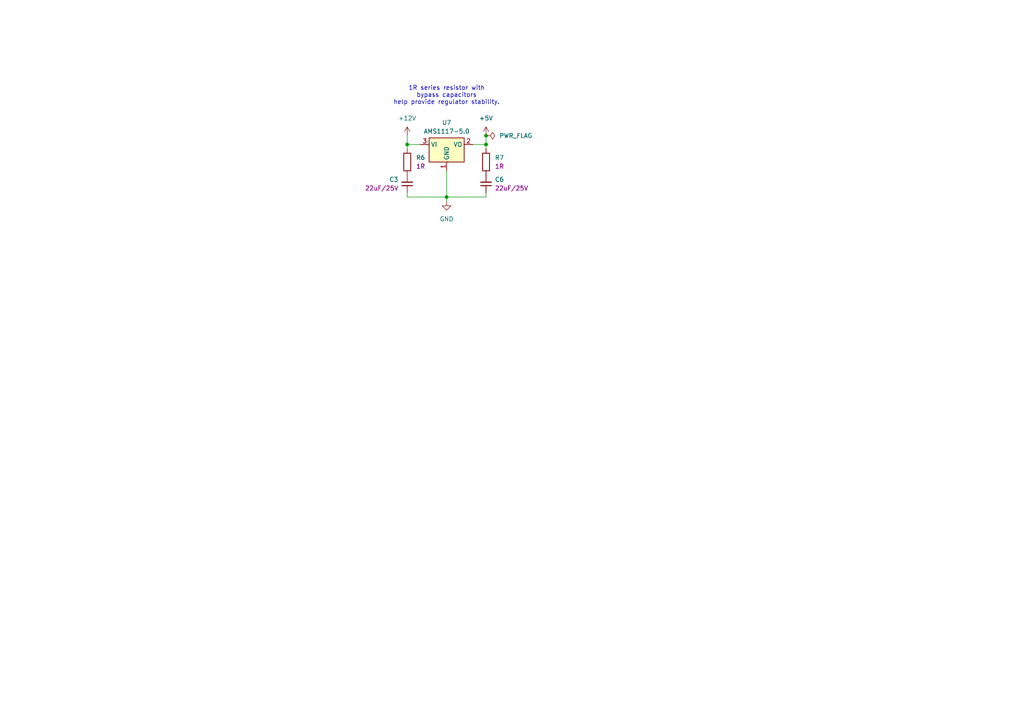
<source format=kicad_sch>
(kicad_sch (version 20250114) (generator "eeschema") (generator_version "9.0")
  (paper "A4")
  (lib_symbols
    (symbol "1R_0603_1" (pin_numbers (hide yes)) (pin_names (offset 0))
      (property "Reference" "R6" (at 2.54 1.2701 0))
      (property "Display" "1R" (at 2.54 -1.2699 0))
      (symbol "1R_0603_1_0_1"
        (rectangle (start -1.016 -2.54) (end 1.016 2.54) (stroke (width 0.254)))
      )
      (symbol "1R_0603_1_1_1"
        (pin passive line (at 0 3.81 270) (length 1.27) (name "~") (number "1"))
        (pin passive line (at 0 -3.81 90) (length 1.27) (name "~") (number "2"))
      )
    )
    (symbol "Lichen:1R_0603" (pin_numbers (hide yes)) (pin_names (offset 0))
      (property "Reference" "R6" (at 2.54 1.2701 0))
      (property "Display" "1R" (at 2.54 -1.2699 0))
      (symbol "1R_0603_0_1"
        (rectangle (start -1.016 -2.54) (end 1.016 2.54) (stroke (width 0.254)))
      )
      (symbol "1R_0603_1_1"
        (pin passive line (at 0 3.81 270) (length 1.27) (name "~") (number "1"))
        (pin passive line (at 0 -3.81 90) (length 1.27) (name "~") (number "2"))
      )
    )
    (symbol "Lichen:22uF_0805_25V" (pin_numbers (hide yes)) (pin_names (offset 0.254) (hide yes))
      (property "Reference" "C3" (at -2.54 -1.2765 0))
      (property "Display" "22uF/25V" (at -2.54 1.2635 0))
      (symbol "22uF_0805_25V_0_1"
        (polyline (pts (xy -1.524 0.508) (xy 1.524 0.508)) (stroke (width 0.3048)))
        (polyline (pts (xy -1.524 -0.508) (xy 1.524 -0.508)) (stroke (width 0.3302)))
      )
      (symbol "22uF_0805_25V_1_1"
        (pin passive line (at 0 2.54 270) (length 2.032) (name "~") (number "1"))
        (pin passive line (at 0 -2.54 90) (length 2.032) (name "~") (number "2"))
      )
    )
    (symbol "Regulator_Linear:LM1117MP-5.0"
      (property "Reference" "U" (at -3.81 3.175 0))
      (property "Value" "LM1117MP-5.0" (at 0 3.175 0))
      (symbol "LM1117MP-5.0_0_1"
        (rectangle (start -5.08 -5.08) (end 5.08 1.905) (stroke (width 0.254)) (fill (type background)))
      )
      (symbol "LM1117MP-5.0_1_1"
        (pin power_in line (at -7.62 0 0) (length 2.54) (name "VI") (number "3"))
        (pin power_in line (at 0 -7.62 90) (length 2.54) (name "GND") (number "1"))
        (pin power_out line (at 7.62 0 180) (length 2.54) (name "VO") (number "2"))
      )
    )
    (symbol "power:+12V" (power) (pin_numbers (hide yes)) (pin_names (offset 0) (hide yes))
      (property "Value" "+12V" (at 0 3.556 0))
      (symbol "+12V_0_1"
        (polyline (pts (xy -0.762 1.27) (xy 0 2.54)))
        (polyline (pts (xy 0 2.54) (xy 0.762 1.27)))
        (polyline (pts (xy 0 0) (xy 0 2.54)))
      )
      (symbol "+12V_1_1"
        (pin power_in line (at 0 0 90) (length 0) (name "~") (number "1"))
      )
    )
    (symbol "power:+5V" (power) (pin_numbers (hide yes)) (pin_names (offset 0) (hide yes))
      (property "Value" "+5V" (at 0 3.556 0))
      (symbol "+5V_0_1"
        (polyline (pts (xy -0.762 1.27) (xy 0 2.54)))
        (polyline (pts (xy 0 2.54) (xy 0.762 1.27)))
        (polyline (pts (xy 0 0) (xy 0 2.54)))
      )
      (symbol "+5V_1_1"
        (pin power_in line (at 0 0 90) (length 0) (name "~") (number "1"))
      )
    )
    (symbol "power:GND" (power) (pin_numbers (hide yes)) (pin_names (offset 0) (hide yes))
      (property "Value" "GND" (at 0 -3.81 0))
      (symbol "GND_0_1"
        (polyline (pts (xy 0 0) (xy 0 -1.27) (xy 1.27 -1.27) (xy 0 -2.54) (xy -1.27 -1.27) (xy 0 -1.27)))
      )
      (symbol "GND_1_1"
        (pin power_in line (at 0 0 270) (length 0) (name "~") (number "1"))
      )
    )
    (symbol "power:PWR_FLAG" (power) (pin_numbers (hide yes)) (pin_names (offset 0) (hide yes))
      (property "Value" "PWR_FLAG" (at 0 3.81 0))
      (symbol "PWR_FLAG_0_0"
        (pin power_out line (at 0 0 90) (length 0) (name "~") (number "1"))
      )
      (symbol "PWR_FLAG_0_1"
        (polyline (pts (xy 0 0) (xy 0 1.27) (xy -1.016 1.905) (xy 0 2.54) (xy 1.016 1.905) (xy 0 1.27)))
      )
    )
  )
  (text "1R series resistor with\nbypass capacitors\nhelp provide regulator stability." (at 129.54 27.686 0) (effects (font (size 1.27 1.27))))
  (junction (at 118.11 41.91))
  (junction (at 129.54 57.15))
  (junction (at 140.97 39.37))
  (junction (at 140.97 41.91))
  (wire (pts (xy 140.97 41.91) (xy 140.97 43.18)))
  (wire (pts (xy 140.97 41.91) (xy 137.16 41.91)))
  (wire (pts (xy 140.97 55.88) (xy 140.97 57.15)))
  (wire (pts (xy 118.11 57.15) (xy 129.54 57.15)))
  (wire (pts (xy 118.11 39.37) (xy 118.11 41.91)))
  (wire (pts (xy 129.54 58.42) (xy 129.54 57.15)))
  (wire (pts (xy 129.54 49.53) (xy 129.54 57.15)))
  (wire (pts (xy 140.97 57.15) (xy 129.54 57.15)))
  (wire (pts (xy 118.11 41.91) (xy 121.92 41.91)))
  (wire (pts (xy 118.11 41.91) (xy 118.11 43.18)))
  (wire (pts (xy 118.11 55.88) (xy 118.11 57.15)))
  (wire (pts (xy 140.97 39.37) (xy 140.97 41.91)))
  (symbol (lib_id "power:GND") (at 129.54 58.42 0) (unit 1)
    (property "Reference" "#PWR014" (effects (hide yes)))
    (property "Value" "GND" (at 129.54 63.5 0))
    (property "Description" "Power symbol creates a global label with name \"GND\" , ground" (effects (hide yes)))
  )
  (symbol (lib_id "power:PWR_FLAG") (at 140.97 39.37 270) (unit 1)
    (property "Reference" "#FLG03" (effects (hide yes)))
    (property "Value" "PWR_FLAG" (at 144.78 39.3699 90) (effects (justify left)))
    (property "Description" "Special symbol for telling ERC where power comes from" (effects (hide yes)))
  )
  (symbol (lib_id "power:+12V") (at 118.11 39.37 0) (unit 1)
    (property "Reference" "#PWR021" (effects (hide yes)))
    (property "Value" "+12V" (at 118.11 34.29 0))
    (property "Description" "Power symbol creates a global label with name \"+12V\"" (effects (hide yes)))
  )
  (symbol (lib_id "Lichen:1R_0603") (at 140.97 46.99 0) (unit 1)
    (property "Reference" "R7" (at 143.51 45.7199 0) (effects (justify left)))
    (property "Value" "100R_0603" (effects (hide yes)))
    (property "Footprint" "Lichen:R_0603" (effects (hide yes)))
    (property "Datasheet" "https://jlcpcb.com/api/file/downloadByFileSystemAccessId/8579706155561910272" (effects (hide yes)))
    (property "Description" "100mW 1Ω 75V ±1% 0603" (effects (hide yes)))
    (property "Specifications" "100mW 1Ω 75V ±1%" (effects (hide yes)))
    (property "Manufacturer" " UNI-ROYAL(Uniroyal Elec)" (effects (hide yes)))
    (property "Part Number" "0603WAF100KT5E " (effects (hide yes)))
    (property "Display" "1R" (at 143.51 48.2599 0) (effects (justify left)))
    (property "LCSC" "C22936" (effects (hide yes)))
  )
  (symbol (lib_id "Lichen:22uF_0805_25V") (at 118.11 53.34 0) (mirror x) (unit 1)
    (property "Reference" "C3" (at 115.57 52.0635 0) (effects (justify right)))
    (property "Value" "22uF_0805_25V" (effects (hide yes)))
    (property "Footprint" "Lichen:C_0805" (effects (hide yes)))
    (property "Datasheet" "https://jlcpcb.com/api/file/downloadByFileSystemAccessId/8579706866429190144" (effects (hide yes)))
    (property "Description" "22uF 25V X5R ±20% 0805 MLCC" (effects (hide yes)))
    (property "Manufacturer" "Samsung Electro-Mechanics" (effects (hide yes)))
    (property "Part Number" "CL21A226MAQNNNE" (effects (hide yes)))
    (property "Display" "22uF/25V" (at 115.57 54.6035 0) (effects (justify right)))
    (property "LCSC" "C45783" (effects (hide yes)))
  )
  (symbol (lib_id "Regulator_Linear:LM1117MP-5.0") (at 129.54 41.91 0) (unit 1)
    (property "Reference" "U7" (at 129.54 35.56 0))
    (property "Value" "AMS1117-5.0" (at 129.54 38.1 0))
    (property "Footprint" "Package_TO_SOT_SMD:SOT-223-3_TabPin2" (effects (hide yes)))
    (property "Datasheet" "http://www.ti.com/lit/ds/symlink/lm1117.pdf" (effects (hide yes)))
    (property "Description" "800mA Low-Dropout Linear Regulator, 5.0V fixed output, SOT-223" (effects (hide yes)))
    (property "Manufacturer" "Advanced Monolithic Systems" (effects (hide yes)))
    (property "Part Number" "AMS1117-5.0" (effects (hide yes)))
    (property "LCSC" "C6187" (effects (hide yes)))
  )
  (symbol (lib_name "1R_0603_1") (lib_id "Lichen:1R_0603") (at 118.11 46.99 0) (unit 1)
    (property "Reference" "R6" (at 120.65 45.7199 0) (effects (justify left)))
    (property "Value" "1R" (effects (hide yes)))
    (property "Footprint" "Lichen:R_0603" (effects (hide yes)))
    (property "Datasheet" "https://jlcpcb.com/api/file/downloadByFileSystemAccessId/8579706155561910272" (effects (hide yes)))
    (property "Description" "100mW 1Ω 75V ±1% 0603" (effects (hide yes)))
    (property "Specifications" "100mW 1Ω 75V ±1%" (effects (hide yes)))
    (property "Manufacturer" " UNI-ROYAL(Uniroyal Elec)" (effects (hide yes)))
    (property "Part Number" "0603WAF100KT5E " (effects (hide yes)))
    (property "Display" "1R" (at 120.65 48.2599 0) (effects (justify left)))
    (property "LCSC" "C22936" (effects (hide yes)))
  )
  (symbol (lib_id "power:+5V") (at 140.97 39.37 0) (unit 1)
    (property "Reference" "#PWR013" (effects (hide yes)))
    (property "Value" "+5V" (at 140.97 34.29 0))
    (property "Description" "Power symbol creates a global label with name \"+5V\"" (effects (hide yes)))
  )
  (symbol (lib_id "Lichen:22uF_0805_25V") (at 140.97 53.34 180) (unit 1)
    (property "Reference" "C6" (at 143.51 52.0635 0) (effects (justify right)))
    (property "Value" "22uF_0805_25V" (effects (hide yes)))
    (property "Footprint" "Lichen:C_0805" (effects (hide yes)))
    (property "Datasheet" "https://jlcpcb.com/api/file/downloadByFileSystemAccessId/8579706866429190144" (effects (hide yes)))
    (property "Description" "22uF 25V X5R ±20% 0805 MLCC" (effects (hide yes)))
    (property "Manufacturer" "Samsung Electro-Mechanics" (effects (hide yes)))
    (property "Part Number" "CL21A226MAQNNNE" (effects (hide yes)))
    (property "Display" "22uF/25V" (at 143.51 54.6035 0) (effects (justify right)))
    (property "LCSC" "C45783" (effects (hide yes)))
  )
)
</source>
